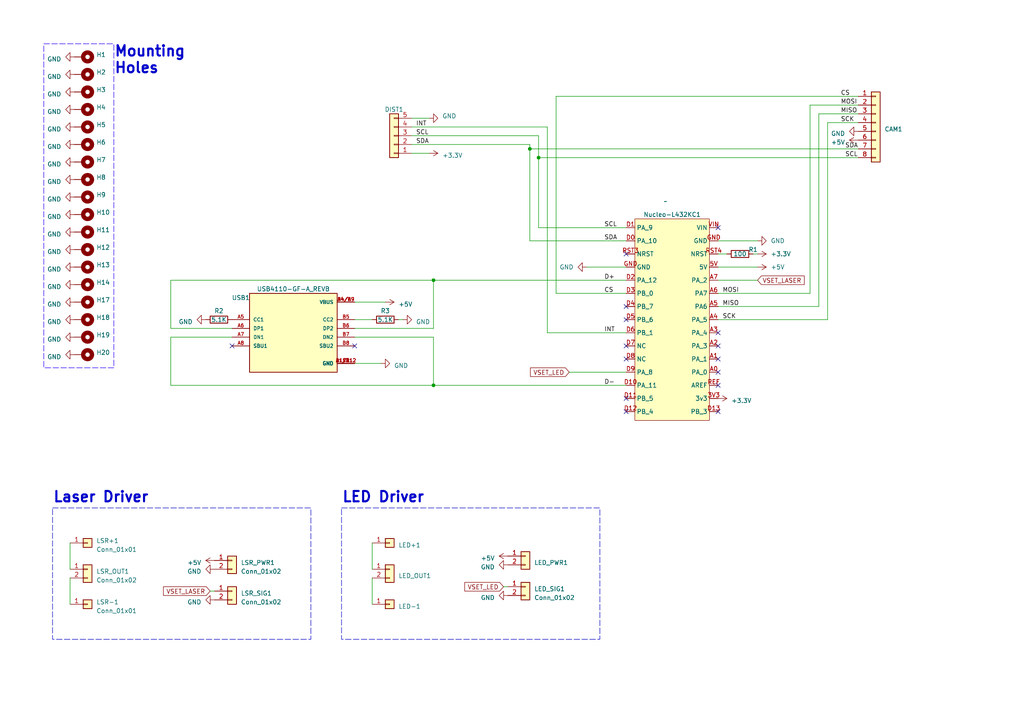
<source format=kicad_sch>
(kicad_sch (version 20230121) (generator eeschema)
  (paper "A4")
  (title_block (title "Nucleo Based Profilometer Probe") (date "2023-04-19") (rev "1.0"))
  (lib_symbols
    (symbol "Conn_01x01_2" (pin_names (offset 1.016) hide)
      (property "Reference" "J" (at 0 2.54 0))
      (property "Value" "Conn_01x01" (at 0 -2.54 0))
      (symbol "Conn_01x01_2_1_1"
        (rectangle (start -1.27 0.127) (end 0 -0.127) (stroke (width 0.1524)))
        (rectangle (start -1.27 1.27) (end 1.27 -1.27) (stroke (width 0.254)) (fill (type background)))
        (pin passive line (at -5.08 0 0) (length 3.81) (name "Pin_1") (number "1"))
      )
    )
    (symbol "Conn_01x01_3" (pin_names (offset 1.016) hide)
      (property "Reference" "J" (at 0 2.54 0))
      (property "Value" "Conn_01x01" (at 0 -2.54 0))
      (symbol "Conn_01x01_3_1_1"
        (rectangle (start -1.27 0.127) (end 0 -0.127) (stroke (width 0.1524)))
        (rectangle (start -1.27 1.27) (end 1.27 -1.27) (stroke (width 0.254)) (fill (type background)))
        (pin passive line (at -5.08 0 0) (length 3.81) (name "Pin_1") (number "1"))
      )
    )
    (symbol "Conn_01x02_3" (pin_names (offset 1.016) hide)
      (property "Reference" "J" (at 0 2.54 0))
      (property "Value" "Conn_01x02" (at 0 -5.08 0))
      (symbol "Conn_01x02_3_1_1"
        (rectangle (start -1.27 -2.413) (end 0 -2.667) (stroke (width 0.1524)))
        (rectangle (start -1.27 0.127) (end 0 -0.127) (stroke (width 0.1524)))
        (rectangle (start -1.27 1.27) (end 1.27 -3.81) (stroke (width 0.254)) (fill (type background)))
        (pin passive line (at -5.08 0 0) (length 3.81) (name "Pin_1") (number "1"))
        (pin passive line (at -5.08 -2.54 0) (length 3.81) (name "Pin_2") (number "2"))
      )
    )
    (symbol "Conn_01x02_4" (pin_names (offset 1.016) hide)
      (property "Reference" "J" (at 0 2.54 0))
      (property "Value" "Conn_01x02" (at 0 -5.08 0))
      (symbol "Conn_01x02_4_1_1"
        (rectangle (start -1.27 -2.413) (end 0 -2.667) (stroke (width 0.1524)))
        (rectangle (start -1.27 0.127) (end 0 -0.127) (stroke (width 0.1524)))
        (rectangle (start -1.27 1.27) (end 1.27 -3.81) (stroke (width 0.254)) (fill (type background)))
        (pin passive line (at -5.08 0 0) (length 3.81) (name "Pin_1") (number "1"))
        (pin passive line (at -5.08 -2.54 0) (length 3.81) (name "Pin_2") (number "2"))
      )
    )
    (symbol "Connector_Generic:Conn_01x01" (pin_names (offset 1.016) hide)
      (property "Reference" "J" (at 0 2.54 0))
      (property "Value" "Conn_01x01" (at 0 -2.54 0))
      (symbol "Conn_01x01_1_1"
        (rectangle (start -1.27 0.127) (end 0 -0.127) (stroke (width 0.1524)))
        (rectangle (start -1.27 1.27) (end 1.27 -1.27) (stroke (width 0.254)) (fill (type background)))
        (pin passive line (at -5.08 0 0) (length 3.81) (name "Pin_1") (number "1"))
      )
    )
    (symbol "Connector_Generic:Conn_01x02" (pin_names (offset 1.016) hide)
      (property "Reference" "J" (at 0 2.54 0))
      (property "Value" "Conn_01x02" (at 0 -5.08 0))
      (symbol "Conn_01x02_1_1"
        (rectangle (start -1.27 -2.413) (end 0 -2.667) (stroke (width 0.1524)))
        (rectangle (start -1.27 0.127) (end 0 -0.127) (stroke (width 0.1524)))
        (rectangle (start -1.27 1.27) (end 1.27 -3.81) (stroke (width 0.254)) (fill (type background)))
        (pin passive line (at -5.08 0 0) (length 3.81) (name "Pin_1") (number "1"))
        (pin passive line (at -5.08 -2.54 0) (length 3.81) (name "Pin_2") (number "2"))
      )
    )
    (symbol "Connector_Generic:Conn_01x05" (pin_names (offset 1.016) hide)
      (property "Reference" "J" (at 0 7.62 0))
      (property "Value" "Conn_01x05" (at 0 -7.62 0))
      (symbol "Conn_01x05_1_1"
        (rectangle (start -1.27 -4.953) (end 0 -5.207) (stroke (width 0.1524)))
        (rectangle (start -1.27 -2.413) (end 0 -2.667) (stroke (width 0.1524)))
        (rectangle (start -1.27 0.127) (end 0 -0.127) (stroke (width 0.1524)))
        (rectangle (start -1.27 2.667) (end 0 2.413) (stroke (width 0.1524)))
        (rectangle (start -1.27 5.207) (end 0 4.953) (stroke (width 0.1524)))
        (rectangle (start -1.27 6.35) (end 1.27 -6.35) (stroke (width 0.254)) (fill (type background)))
        (pin passive line (at -5.08 5.08 0) (length 3.81) (name "Pin_1") (number "1"))
        (pin passive line (at -5.08 2.54 0) (length 3.81) (name "Pin_2") (number "2"))
        (pin passive line (at -5.08 0 0) (length 3.81) (name "Pin_3") (number "3"))
        (pin passive line (at -5.08 -2.54 0) (length 3.81) (name "Pin_4") (number "4"))
        (pin passive line (at -5.08 -5.08 0) (length 3.81) (name "Pin_5") (number "5"))
      )
    )
    (symbol "Connector_Generic:Conn_01x08" (pin_names (offset 1.016) hide)
      (property "Reference" "J" (at 0 10.16 0))
      (property "Value" "Conn_01x08" (at 0 -12.7 0))
      (symbol "Conn_01x08_1_1"
        (rectangle (start -1.27 -10.033) (end 0 -10.287) (stroke (width 0.1524)))
        (rectangle (start -1.27 -7.493) (end 0 -7.747) (stroke (width 0.1524)))
        (rectangle (start -1.27 -4.953) (end 0 -5.207) (stroke (width 0.1524)))
        (rectangle (start -1.27 -2.413) (end 0 -2.667) (stroke (width 0.1524)))
        (rectangle (start -1.27 0.127) (end 0 -0.127) (stroke (width 0.1524)))
        (rectangle (start -1.27 2.667) (end 0 2.413) (stroke (width 0.1524)))
        (rectangle (start -1.27 5.207) (end 0 4.953) (stroke (width 0.1524)))
        (rectangle (start -1.27 7.747) (end 0 7.493) (stroke (width 0.1524)))
        (rectangle (start -1.27 8.89) (end 1.27 -11.43) (stroke (width 0.254)) (fill (type background)))
        (pin passive line (at -5.08 7.62 0) (length 3.81) (name "Pin_1") (number "1"))
        (pin passive line (at -5.08 5.08 0) (length 3.81) (name "Pin_2") (number "2"))
        (pin passive line (at -5.08 2.54 0) (length 3.81) (name "Pin_3") (number "3"))
        (pin passive line (at -5.08 0 0) (length 3.81) (name "Pin_4") (number "4"))
        (pin passive line (at -5.08 -2.54 0) (length 3.81) (name "Pin_5") (number "5"))
        (pin passive line (at -5.08 -5.08 0) (length 3.81) (name "Pin_6") (number "6"))
        (pin passive line (at -5.08 -7.62 0) (length 3.81) (name "Pin_7") (number "7"))
        (pin passive line (at -5.08 -10.16 0) (length 3.81) (name "Pin_8") (number "8"))
      )
    )
    (symbol "Custom_Symbols:Nucleo-L432KC"
      (property "Reference" "Nucleo-L432KC" (at 1.27 -2.54 0))
      (symbol "Nucleo-L432KC_1_1"
        (rectangle (start -8.89 -5.08) (end 12.7 -63.5) (fill (type background)))
        (pin passive line (at 15.24 -57.15 180) (length 2.54) (name "3v3") (number "3V3"))
        (pin passive line (at 15.24 -19.05 180) (length 2.54) (name "5V") (number "5V"))
        (pin passive line (at 15.24 -49.53 180) (length 2.54) (name "PA_0") (number "A0"))
        (pin passive line (at 15.24 -45.72 180) (length 2.54) (name "PA_1") (number "A1"))
        (pin passive line (at 15.24 -41.91 180) (length 2.54) (name "PA_3") (number "A2"))
        (pin passive line (at 15.24 -38.1 180) (length 2.54) (name "PA_4") (number "A3"))
        (pin passive line (at 15.24 -34.29 180) (length 2.54) (name "PA_5") (number "A4"))
        (pin passive line (at 15.24 -30.48 180) (length 2.54) (name "PA6") (number "A5"))
        (pin passive line (at 15.24 -26.67 180) (length 2.54) (name "PA7") (number "A6"))
        (pin passive line (at 15.24 -22.86 180) (length 2.54) (name "PA_2") (number "A7"))
        (pin passive line (at -11.43 -11.43 0) (length 2.54) (name "PA_10") (number "D0"))
        (pin passive line (at -11.43 -7.62 0) (length 2.54) (name "PA_9") (number "D1"))
        (pin passive line (at -11.43 -53.34 0) (length 2.54) (name "PA_11") (number "D10"))
        (pin passive line (at -11.43 -57.15 0) (length 2.54) (name "PB_5") (number "D11"))
        (pin passive line (at -11.43 -60.96 0) (length 2.54) (name "PB_4") (number "D12"))
        (pin passive line (at 15.24 -60.96 180) (length 2.54) (name "PB_3") (number "D13"))
        (pin passive line (at -11.43 -22.86 0) (length 2.54) (name "PA_12") (number "D2"))
        (pin passive line (at -11.43 -26.67 0) (length 2.54) (name "PB_0") (number "D3"))
        (pin passive line (at -11.43 -30.48 0) (length 2.54) (name "PB_7") (number "D4"))
        (pin passive line (at -11.43 -34.29 0) (length 2.54) (name "PB_6") (number "D5"))
        (pin passive line (at -11.43 -38.1 0) (length 2.54) (name "PB_1") (number "D6"))
        (pin passive line (at -11.43 -41.91 0) (length 2.54) (name "NC") (number "D7"))
        (pin passive line (at -11.43 -45.72 0) (length 2.54) (name "NC") (number "D8"))
        (pin passive line (at -11.43 -49.53 0) (length 2.54) (name "PA_8") (number "D9"))
        (pin passive line (at -11.43 -19.05 0) (length 2.54) (name "GND") (number "GND"))
        (pin passive line (at 15.24 -11.43 180) (length 2.54) (name "GND") (number "GND"))
        (pin passive line (at 15.24 -53.34 180) (length 2.54) (name "AREF") (number "REF"))
        (pin passive line (at -11.43 -15.24 0) (length 2.54) (name "NRST") (number "RST3"))
        (pin passive line (at 15.24 -15.24 180) (length 2.54) (name "NRST") (number "RST4"))
        (pin passive line (at 15.24 -7.62 180) (length 2.54) (name "VIN") (number "VIN"))
      )
    )
    (symbol "Device:R" (pin_numbers hide) (pin_names (offset 0))
      (property "Reference" "R" (at 2.032 0 90))
      (property "Value" "R" (at 0 0 90))
      (symbol "R_0_1"
        (rectangle (start -1.016 -2.54) (end 1.016 2.54) (stroke (width 0.254)))
      )
      (symbol "R_1_1"
        (pin passive line (at 0 3.81 270) (length 1.27) (name "~") (number "1"))
        (pin passive line (at 0 -3.81 90) (length 1.27) (name "~") (number "2"))
      )
    )
    (symbol "Mechanical:MountingHole_Pad" (pin_numbers hide) (pin_names (offset 1.016) hide)
      (property "Reference" "H" (at 0 6.35 0))
      (property "Value" "MountingHole_Pad" (at 0 4.445 0))
      (symbol "MountingHole_Pad_0_1"
        (circle (center 0 1.27) (radius 1.27) (stroke (width 1.27)))
      )
      (symbol "MountingHole_Pad_1_1"
        (pin input line (at 0 -2.54 90) (length 2.54) (name "1") (number "1"))
      )
    )
    (symbol "USB4110-GF-A_REVB:USB4110-GF-A_REVB" (pin_names (offset 1.016))
      (property "Reference" "J" (at -12.7 11.43 0))
      (property "Value" "USB4110-GF-A_REVB" (at -12.7 -15.24 0))
      (symbol "USB4110-GF-A_REVB_0_0"
        (rectangle (start -12.7 -12.7) (end 12.7 10.16) (stroke (width 0.254)) (fill (type background)))
        (pin power_in line (at 17.78 -10.16 180) (length 5.08) (name "GND") (number "A1/B12"))
        (pin power_in line (at 17.78 7.62 180) (length 5.08) (name "VBUS") (number "A4/B9"))
        (pin bidirectional line (at -17.78 2.54 0) (length 5.08) (name "CC1") (number "A5"))
        (pin bidirectional line (at -17.78 0 0) (length 5.08) (name "DP1") (number "A6"))
        (pin bidirectional line (at -17.78 -2.54 0) (length 5.08) (name "DN1") (number "A7"))
        (pin bidirectional line (at -17.78 -5.08 0) (length 5.08) (name "SBU1") (number "A8"))
        (pin power_in line (at 17.78 -10.16 180) (length 5.08) (name "GND") (number "B1/A12"))
        (pin power_in line (at 17.78 7.62 180) (length 5.08) (name "VBUS") (number "B4/A9"))
        (pin bidirectional line (at 17.78 2.54 180) (length 5.08) (name "CC2") (number "B5"))
        (pin bidirectional line (at 17.78 0 180) (length 5.08) (name "DP2") (number "B6"))
        (pin bidirectional line (at 17.78 -2.54 180) (length 5.08) (name "DN2") (number "B7"))
        (pin bidirectional line (at 17.78 -5.08 180) (length 5.08) (name "SBU2") (number "B8"))
        (pin power_in line (at 17.78 -10.16 180) (length 5.08) (name "GND") (number "S1"))
        (pin power_in line (at 17.78 -10.16 180) (length 5.08) (name "GND") (number "S2"))
        (pin power_in line (at 17.78 -10.16 180) (length 5.08) (name "GND") (number "S3"))
        (pin power_in line (at 17.78 -10.16 180) (length 5.08) (name "GND") (number "S4"))
      )
    )
    (symbol "power:+3.3V" (power) (pin_names (offset 0))
      (property "Value" "+3.3V" (at 0 3.556 0))
      (symbol "+3.3V_0_1"
        (polyline (pts (xy -0.762 1.27) (xy 0 2.54)))
        (polyline (pts (xy 0 0) (xy 0 2.54)))
        (polyline (pts (xy 0 2.54) (xy 0.762 1.27)))
      )
      (symbol "+3.3V_1_1"
        (pin power_in line (at 0 0 90) (length 0) hide (name "+3.3V") (number "1"))
      )
    )
    (symbol "power:+5V" (power) (pin_names (offset 0))
      (property "Value" "+5V" (at 0 3.556 0))
      (symbol "+5V_0_1"
        (polyline (pts (xy -0.762 1.27) (xy 0 2.54)))
        (polyline (pts (xy 0 0) (xy 0 2.54)))
        (polyline (pts (xy 0 2.54) (xy 0.762 1.27)))
      )
      (symbol "+5V_1_1"
        (pin power_in line (at 0 0 90) (length 0) hide (name "+5V") (number "1"))
      )
    )
    (symbol "power:GND" (power) (pin_names (offset 0))
      (property "Value" "GND" (at 0 -3.81 0))
      (symbol "GND_0_1"
        (polyline (pts (xy 0 0) (xy 0 -1.27) (xy 1.27 -1.27) (xy 0 -2.54) (xy -1.27 -1.27) (xy 0 -1.27)))
      )
      (symbol "GND_1_1"
        (pin power_in line (at 0 0 270) (length 0) hide (name "GND") (number "1"))
      )
    )
  )
  (junction (at 156.21 45.72))
  (junction (at 153.67 43.18))
  (junction (at 125.73 111.76))
  (junction (at 125.73 81.28))
  (no_connect (at 208.28 111.76))
  (no_connect (at 208.28 107.95))
  (no_connect (at 181.61 73.66))
  (no_connect (at 181.61 115.57))
  (no_connect (at 208.28 96.52))
  (no_connect (at 208.28 66.04))
  (no_connect (at 181.61 92.71))
  (no_connect (at 67.31 100.33))
  (no_connect (at 181.61 88.9))
  (no_connect (at 208.28 119.38))
  (no_connect (at 181.61 104.14))
  (no_connect (at 208.28 104.14))
  (no_connect (at 208.28 100.33))
  (no_connect (at 102.87 100.33))
  (no_connect (at 181.61 100.33))
  (no_connect (at 181.61 119.38))
  (wire (pts (xy 153.67 43.18) (xy 153.67 69.85)))
  (wire (pts (xy 119.38 36.83) (xy 158.75 36.83)))
  (wire (pts (xy 102.87 87.63) (xy 111.76 87.63)))
  (wire (pts (xy 156.21 39.37) (xy 156.21 45.72)))
  (wire (pts (xy 125.73 97.79) (xy 125.73 111.76)))
  (wire (pts (xy 237.49 33.02) (xy 237.49 88.9)))
  (wire (pts (xy 234.95 30.48) (xy 248.92 30.48)))
  (wire (pts (xy 170.18 77.47) (xy 181.61 77.47)))
  (wire (pts (xy 156.21 45.72) (xy 248.92 45.72)))
  (wire (pts (xy 208.28 81.28) (xy 219.71 81.28)))
  (wire (pts (xy 49.53 81.28) (xy 125.73 81.28)))
  (wire (pts (xy 119.38 41.91) (xy 153.67 41.91)))
  (wire (pts (xy 20.32 157.48) (xy 20.32 165.1)))
  (wire (pts (xy 181.61 85.09) (xy 161.29 85.09)))
  (wire (pts (xy 124.46 34.29) (xy 119.38 34.29)))
  (wire (pts (xy 125.73 81.28) (xy 125.73 95.25)))
  (wire (pts (xy 161.29 27.94) (xy 248.92 27.94)))
  (wire (pts (xy 234.95 30.48) (xy 234.95 85.09)))
  (wire (pts (xy 156.21 45.72) (xy 156.21 66.04)))
  (wire (pts (xy 153.67 41.91) (xy 153.67 43.18)))
  (wire (pts (xy 240.03 35.56) (xy 240.03 92.71)))
  (wire (pts (xy 125.73 81.28) (xy 181.61 81.28)))
  (wire (pts (xy 219.71 69.85) (xy 208.28 69.85)))
  (wire (pts (xy 20.32 167.64) (xy 20.32 175.26)))
  (wire (pts (xy 102.87 105.41) (xy 110.49 105.41)))
  (wire (pts (xy 158.75 96.52) (xy 181.61 96.52)))
  (wire (pts (xy 208.28 85.09) (xy 234.95 85.09)))
  (wire (pts (xy 102.87 95.25) (xy 125.73 95.25)))
  (wire (pts (xy 49.53 95.25) (xy 49.53 81.28)))
  (wire (pts (xy 125.73 111.76) (xy 181.61 111.76)))
  (wire (pts (xy 153.67 43.18) (xy 248.92 43.18)))
  (wire (pts (xy 102.87 92.71) (xy 107.95 92.71)))
  (wire (pts (xy 158.75 36.83) (xy 158.75 96.52)))
  (wire (pts (xy 161.29 85.09) (xy 161.29 27.94)))
  (wire (pts (xy 107.95 167.64) (xy 107.95 175.26)))
  (wire (pts (xy 165.1 107.95) (xy 181.61 107.95)))
  (wire (pts (xy 116.84 92.71) (xy 115.57 92.71)))
  (wire (pts (xy 119.38 39.37) (xy 156.21 39.37)))
  (wire (pts (xy 248.92 35.56) (xy 240.03 35.56)))
  (wire (pts (xy 124.46 44.45) (xy 119.38 44.45)))
  (wire (pts (xy 49.53 111.76) (xy 125.73 111.76)))
  (wire (pts (xy 107.95 157.48) (xy 107.95 165.1)))
  (wire (pts (xy 218.44 73.66) (xy 219.71 73.66)))
  (wire (pts (xy 240.03 92.71) (xy 208.28 92.71)))
  (wire (pts (xy 102.87 97.79) (xy 125.73 97.79)))
  (wire (pts (xy 153.67 69.85) (xy 181.61 69.85)))
  (wire (pts (xy 67.31 95.25) (xy 49.53 95.25)))
  (wire (pts (xy 237.49 88.9) (xy 208.28 88.9)))
  (wire (pts (xy 156.21 66.04) (xy 181.61 66.04)))
  (wire (pts (xy 67.31 97.79) (xy 49.53 97.79)))
  (wire (pts (xy 210.82 73.66) (xy 208.28 73.66)))
  (wire (pts (xy 60.96 171.45) (xy 62.23 171.45)))
  (wire (pts (xy 248.92 33.02) (xy 237.49 33.02)))
  (wire (pts (xy 49.53 97.79) (xy 49.53 111.76)))
  (wire (pts (xy 219.71 77.47) (xy 208.28 77.47)))
  (wire (pts (xy 146.05 170.18) (xy 147.32 170.18)))
  (rectangle (start 15.24 147.32) (end 90.17 185.42) (stroke (width 0) (type dash)))
  (rectangle (start 99.06 147.32) (end 173.99 185.42) (stroke (width 0) (type dash)))
  (rectangle (start 12.7 12.7) (end 33.02 106.68) (stroke (width 0) (type dash) (color 37 2 255 1)))
  (text "Laser Driver\n" (at 15.24 146.05 0) (effects (font (size 3 3) (thickness 0.6) bold) (justify left bottom)))
  (text "Mounting \nHoles\n" (at 33.02 21.59 0) (effects (font (size 3 3) (thickness 0.6) bold) (justify left bottom)))
  (text "LED Driver\n" (at 99.06 146.05 0) (effects (font (size 3 3) (thickness 0.6) bold) (justify left bottom)))
  (label "INT" (at 120.65 36.83 0))
  (label "MISO" (at 243.84 33.02 0))
  (label "SCL" (at 120.65 39.37 0))
  (label "SCK" (at 209.55 92.71 0))
  (label "CS" (at 243.84 27.94 0))
  (label "SCK" (at 243.84 35.56 0))
  (label "MISO" (at 209.55 88.9 0))
  (label "D-" (at 175.26 111.76 0))
  (label "D+" (at 175.26 81.28 0))
  (label "MOSI" (at 209.55 85.09 0))
  (label "INT" (at 175.26 96.52 0))
  (label "SCL" (at 245.11 45.72 0))
  (label "MOSI" (at 243.84 30.48 0))
  (label "SDA" (at 175.26 69.85 0))
  (label "SDA" (at 120.65 41.91 0))
  (label "CS" (at 175.26 85.09 0))
  (label "SDA" (at 245.11 43.18 0))
  (label "SCL" (at 175.26 66.04 0))
  (global_label "VSET_LED" (shape input) (at 165.1 107.95 180) (property "Intersheetrefs" "${INTERSHEET_REFS}" (effects hide)))
  (global_label "VSET_LED" (shape input) (at 146.05 170.18 180) (property "Intersheetrefs" "${INTERSHEET_REFS}" (effects hide)))
  (global_label "VSET_LASER" (shape input) (at 60.96 171.45 180) (property "Intersheetrefs" "${INTERSHEET_REFS}" (effects hide)))
  (global_label "VSET_LASER" (shape input) (at 219.71 81.28 0) (property "Intersheetrefs" "${INTERSHEET_REFS}" (effects hide)))
  (symbol (lib_id "power:GND") (at 21.59 102.87 270) (unit 1)
    (property "Reference" "#PWR034" (effects hide))
    (property "Value" "GND" (at 17.78 103.505 90) (effects (justify right)))
  )
  (symbol (lib_id "power:GND") (at 170.18 77.47 270) (unit 1)
    (property "Reference" "#PWR07" (effects hide))
    (property "Value" "GND" (at 166.37 77.47 90) (effects (justify right)))
  )
  (symbol (lib_id "Custom_Symbols:Nucleo-L432KC") (at 193.04 58.42 0) (unit 1)
    (property "Reference" "Nucleo-L432KC1" (at 194.945 62.23 0))
    (property "Value" "~" (at 193.04 58.42 0))
    (property "Footprint" "Library:MODULE_NUCLEO-L432KC" (effects hide))
  )
  (symbol (lib_id "Device:R") (at 214.63 73.66 270) (unit 1)
    (property "Reference" "R1" (at 218.44 72.39 90))
    (property "Value" "100" (at 214.63 73.66 90))
    (property "Footprint" "Resistor_SMD:R_0603_1608Metric" (effects hide))
  )
  (symbol (lib_id "power:GND") (at 21.59 21.59 270) (unit 1)
    (property "Reference" "#PWR015" (effects hide))
    (property "Value" "GND" (at 17.78 22.225 90) (effects (justify right)))
  )
  (symbol (lib_id "power:GND") (at 110.49 105.41 90) (unit 1)
    (property "Reference" "#PWR037" (effects hide))
    (property "Value" "GND" (at 114.3 106.045 90) (effects (justify right)))
  )
  (symbol (lib_id "power:GND") (at 147.32 172.72 270) (unit 1)
    (property "Reference" "#PWR011" (effects hide))
    (property "Value" "GND" (at 143.51 173.355 90) (effects (justify right)))
  )
  (symbol (lib_id "power:GND") (at 21.59 41.91 270) (unit 1)
    (property "Reference" "#PWR020" (effects hide))
    (property "Value" "GND" (at 17.78 42.545 90) (effects (justify right)))
  )
  (symbol (lib_id "power:GND") (at 21.59 67.31 270) (unit 1)
    (property "Reference" "#PWR025" (effects hide))
    (property "Value" "GND" (at 17.78 67.945 90) (effects (justify right)))
  )
  (symbol (lib_id "Mechanical:MountingHole_Pad") (at 24.13 57.15 270) (unit 1)
    (property "Reference" "H9" (at 27.94 56.515 90) (effects (justify left)))
    (property "Value" "MountingHole_Pad" (effects hide))
    (property "Footprint" "MountingHole:MountingHole_3.2mm_M3_Pad_Via" (effects hide))
  )
  (symbol (lib_id "power:GND") (at 59.69 92.71 270) (unit 1)
    (property "Reference" "#PWR035" (effects hide))
    (property "Value" "GND" (at 55.88 93.345 90) (effects (justify right)))
  )
  (symbol (lib_id "power:GND") (at 21.59 77.47 270) (unit 1)
    (property "Reference" "#PWR027" (effects hide))
    (property "Value" "GND" (at 17.78 78.105 90) (effects (justify right)))
  )
  (symbol (lib_id "power:GND") (at 21.59 31.75 270) (unit 1)
    (property "Reference" "#PWR018" (effects hide))
    (property "Value" "GND" (at 17.78 32.385 90) (effects (justify right)))
  )
  (symbol (lib_id "Mechanical:MountingHole_Pad") (at 24.13 41.91 270) (unit 1)
    (property "Reference" "H6" (at 27.94 41.275 90) (effects (justify left)))
    (property "Value" "MountingHole_Pad" (effects hide))
    (property "Footprint" "MountingHole:MountingHole_3.2mm_M3_Pad_Via" (effects hide))
  )
  (symbol (lib_id "power:GND") (at 219.71 69.85 90) (unit 1)
    (property "Reference" "#PWR06" (effects hide))
    (property "Value" "GND" (at 223.52 69.85 90) (effects (justify right)))
  )
  (symbol (lib_id "power:+3.3V") (at 219.71 73.66 270) (unit 1)
    (property "Reference" "#PWR042" (effects hide))
    (property "Value" "+3.3V" (at 223.52 73.66 90) (effects (justify left)))
  )
  (symbol (lib_name "Conn_01x01_3") (lib_id "Connector_Generic:Conn_01x01") (at 25.4 175.26 0) (unit 1)
    (property "Reference" "LSR-1" (at 27.94 174.625 0) (effects (justify left)))
    (property "Value" "Conn_01x01" (at 27.94 177.165 0) (effects (justify left)))
    (property "Footprint" "Connector_PinHeader_2.54mm:PinHeader_1x01_P2.54mm_Vertical" (effects hide))
  )
  (symbol (lib_id "Mechanical:MountingHole_Pad") (at 24.13 87.63 270) (unit 1)
    (property "Reference" "H17" (at 27.94 86.995 90) (effects (justify left)))
    (property "Value" "MountingHole_Pad" (effects hide))
    (property "Footprint" "MountingHole:MountingHole_3.2mm_M3_Pad_Via" (effects hide))
  )
  (symbol (lib_id "power:+3.3V") (at 124.46 44.45 270) (unit 1)
    (property "Reference" "#PWR04" (effects hide))
    (property "Value" "+3.3V" (at 128.27 45.085 90) (effects (justify left)))
  )
  (symbol (lib_id "power:+5V") (at 147.32 161.29 90) (unit 1)
    (property "Reference" "#PWR013" (effects hide))
    (property "Value" "+5V" (at 143.51 161.925 90) (effects (justify left)))
  )
  (symbol (lib_id "power:GND") (at 21.59 82.55 270) (unit 1)
    (property "Reference" "#PWR028" (effects hide))
    (property "Value" "GND" (at 17.78 83.185 90) (effects (justify right)))
  )
  (symbol (lib_id "Connector_Generic:Conn_01x02") (at 67.31 171.45 0) (unit 1)
    (property "Reference" "LSR_SIG1" (at 69.85 172.085 0) (effects (justify left)))
    (property "Value" "Conn_01x02" (at 69.85 174.625 0) (effects (justify left)))
    (property "Footprint" "Connector_PinHeader_2.54mm:PinHeader_1x02_P2.54mm_Vertical" (effects hide))
  )
  (symbol (lib_id "power:+5V") (at 219.71 77.47 270) (unit 1)
    (property "Reference" "#PWR040" (effects hide))
    (property "Value" "+5V" (at 223.52 77.47 90) (effects (justify left)))
  )
  (symbol (lib_name "Conn_01x02_3") (lib_id "Connector_Generic:Conn_01x02") (at 152.4 161.29 0) (unit 1)
    (property "Reference" "LED_PWR1" (at 154.94 163.195 0) (effects (justify left)))
    (property "Value" "Conn_01x02" (effects hide))
    (property "Footprint" "Connector_PinHeader_2.54mm:PinHeader_1x02_P2.54mm_Vertical" (effects hide))
  )
  (symbol (lib_name "Conn_01x01_2") (lib_id "Connector_Generic:Conn_01x01") (at 25.4 157.48 0) (unit 1)
    (property "Reference" "LSR+1" (at 27.94 156.845 0) (effects (justify left)))
    (property "Value" "Conn_01x01" (at 27.94 159.385 0) (effects (justify left)))
    (property "Footprint" "Connector_PinHeader_2.54mm:PinHeader_1x01_P2.54mm_Vertical" (effects hide))
  )
  (symbol (lib_id "power:GND") (at 21.59 26.67 270) (unit 1)
    (property "Reference" "#PWR017" (effects hide))
    (property "Value" "GND" (at 17.78 27.305 90) (effects (justify right)))
  )
  (symbol (lib_id "power:+5V") (at 248.92 40.64 90) (unit 1)
    (property "Reference" "#PWR02" (effects hide))
    (property "Value" "+5V" (at 245.11 41.275 90) (effects (justify left)))
  )
  (symbol (lib_id "Mechanical:MountingHole_Pad") (at 24.13 97.79 270) (unit 1)
    (property "Reference" "H19" (at 27.94 97.155 90) (effects (justify left)))
    (property "Value" "MountingHole_Pad" (effects hide))
    (property "Footprint" "MountingHole:MountingHole_3.2mm_M3_Pad_Via" (effects hide))
  )
  (symbol (lib_id "power:GND") (at 21.59 97.79 270) (unit 1)
    (property "Reference" "#PWR033" (effects hide))
    (property "Value" "GND" (at 17.78 98.425 90) (effects (justify right)))
  )
  (symbol (lib_id "Connector_Generic:Conn_01x08") (at 254 35.56 0) (unit 1)
    (property "Reference" "CAM1" (at 256.54 37.465 0) (effects (justify left)))
    (property "Value" "Conn_01x08" (effects hide))
    (property "Footprint" "Connector_PinSocket_2.54mm:PinSocket_1x08_P2.54mm_Vertical" (effects hide))
  )
  (symbol (lib_id "Connector_Generic:Conn_01x02") (at 67.31 162.56 0) (unit 1)
    (property "Reference" "LSR_PWR1" (at 69.85 163.195 0) (effects (justify left)))
    (property "Value" "Conn_01x02" (at 69.85 165.735 0) (effects (justify left)))
    (property "Footprint" "Connector_PinHeader_2.54mm:PinHeader_1x02_P2.54mm_Vertical" (effects hide))
  )
  (symbol (lib_id "power:GND") (at 62.23 165.1 270) (unit 1)
    (property "Reference" "#PWR08" (effects hide))
    (property "Value" "GND" (at 58.42 165.735 90) (effects (justify right)))
  )
  (symbol (lib_id "Mechanical:MountingHole_Pad") (at 24.13 52.07 270) (unit 1)
    (property "Reference" "H8" (at 27.94 51.435 90) (effects (justify left)))
    (property "Value" "MountingHole_Pad" (effects hide))
    (property "Footprint" "MountingHole:MountingHole_3.2mm_M3_Pad_Via" (effects hide))
  )
  (symbol (lib_id "power:GND") (at 248.92 38.1 270) (unit 1)
    (property "Reference" "#PWR01" (effects hide))
    (property "Value" "GND" (at 245.11 38.735 90) (effects (justify right)))
  )
  (symbol (lib_id "power:GND") (at 21.59 36.83 270) (unit 1)
    (property "Reference" "#PWR019" (effects hide))
    (property "Value" "GND" (at 17.78 37.465 90) (effects (justify right)))
  )
  (symbol (lib_id "Mechanical:MountingHole_Pad") (at 24.13 36.83 270) (unit 1)
    (property "Reference" "H5" (at 27.94 36.195 90) (effects (justify left)))
    (property "Value" "MountingHole_Pad" (effects hide))
    (property "Footprint" "MountingHole:MountingHole_3.2mm_M3_Pad_Via" (effects hide))
  )
  (symbol (lib_id "Mechanical:MountingHole_Pad") (at 24.13 31.75 270) (unit 1)
    (property "Reference" "H4" (at 27.94 31.115 90) (effects (justify left)))
    (property "Value" "MountingHole_Pad" (effects hide))
    (property "Footprint" "MountingHole:MountingHole_3.2mm_M3_Pad_Via" (effects hide))
  )
  (symbol (lib_name "Conn_01x02_4") (lib_id "Connector_Generic:Conn_01x02") (at 152.4 170.18 0) (unit 1)
    (property "Reference" "LED_SIG1" (at 154.94 170.815 0) (effects (justify left)))
    (property "Value" "Conn_01x02" (at 154.94 173.355 0) (effects (justify left)))
    (property "Footprint" "Connector_PinHeader_2.54mm:PinHeader_1x02_P2.54mm_Vertical" (effects hide))
  )
  (symbol (lib_id "power:GND") (at 124.46 34.29 90) (unit 1)
    (property "Reference" "#PWR014" (effects hide))
    (property "Value" "GND" (at 128.27 33.655 90) (effects (justify right)))
  )
  (symbol (lib_id "Connector_Generic:Conn_01x02") (at 113.03 165.1 0) (unit 1)
    (property "Reference" "LED_OUT1" (at 115.57 167.005 0) (effects (justify left)))
    (property "Value" "Conn_01x02" (effects hide))
    (property "Footprint" "Connector_PinHeader_2.54mm:PinHeader_1x02_P2.54mm_Vertical" (effects hide))
  )
  (symbol (lib_id "Mechanical:MountingHole_Pad") (at 24.13 67.31 270) (unit 1)
    (property "Reference" "H11" (at 27.94 66.675 90) (effects (justify left)))
    (property "Value" "MountingHole_Pad" (effects hide))
    (property "Footprint" "MountingHole:MountingHole_3.2mm_M3_Pad_Via" (effects hide))
  )
  (symbol (lib_id "power:GND") (at 21.59 57.15 270) (unit 1)
    (property "Reference" "#PWR023" (effects hide))
    (property "Value" "GND" (at 17.78 57.785 90) (effects (justify right)))
  )
  (symbol (lib_id "power:GND") (at 21.59 92.71 270) (unit 1)
    (property "Reference" "#PWR032" (effects hide))
    (property "Value" "GND" (at 17.78 93.345 90) (effects (justify right)))
  )
  (symbol (lib_id "Mechanical:MountingHole_Pad") (at 24.13 46.99 270) (unit 1)
    (property "Reference" "H7" (at 27.94 46.355 90) (effects (justify left)))
    (property "Value" "MountingHole_Pad" (effects hide))
    (property "Footprint" "MountingHole:MountingHole_3.2mm_M3_Pad_Via" (effects hide))
  )
  (symbol (lib_id "Mechanical:MountingHole_Pad") (at 24.13 62.23 270) (unit 1)
    (property "Reference" "H10" (at 27.94 61.595 90) (effects (justify left)))
    (property "Value" "MountingHole_Pad" (effects hide))
    (property "Footprint" "MountingHole:MountingHole_3.2mm_M3_Pad_Via" (effects hide))
  )
  (symbol (lib_id "Mechanical:MountingHole_Pad") (at 24.13 102.87 270) (unit 1)
    (property "Reference" "H20" (at 27.94 102.235 90) (effects (justify left)))
    (property "Value" "MountingHole_Pad" (effects hide))
    (property "Footprint" "MountingHole:MountingHole_3.2mm_M3_Pad_Via" (effects hide))
  )
  (symbol (lib_id "Mechanical:MountingHole_Pad") (at 24.13 26.67 270) (unit 1)
    (property "Reference" "H3" (at 27.94 26.035 90) (effects (justify left)))
    (property "Value" "MountingHole_Pad" (effects hide))
    (property "Footprint" "MountingHole:MountingHole_3.2mm_M3_Pad_Via" (effects hide))
  )
  (symbol (lib_id "power:+5V") (at 62.23 162.56 90) (unit 1)
    (property "Reference" "#PWR012" (effects hide))
    (property "Value" "+5V" (at 58.42 163.195 90) (effects (justify left)))
  )
  (symbol (lib_id "power:GND") (at 21.59 46.99 270) (unit 1)
    (property "Reference" "#PWR021" (effects hide))
    (property "Value" "GND" (at 17.78 47.625 90) (effects (justify right)))
  )
  (symbol (lib_id "Mechanical:MountingHole_Pad") (at 24.13 72.39 270) (unit 1)
    (property "Reference" "H12" (at 27.94 71.755 90) (effects (justify left)))
    (property "Value" "MountingHole_Pad" (effects hide))
    (property "Footprint" "MountingHole:MountingHole_3.2mm_M3_Pad_Via" (effects hide))
  )
  (symbol (lib_id "power:GND") (at 21.59 52.07 270) (unit 1)
    (property "Reference" "#PWR022" (effects hide))
    (property "Value" "GND" (at 17.78 52.705 90) (effects (justify right)))
  )
  (symbol (lib_id "Connector_Generic:Conn_01x01") (at 113.03 157.48 0) (unit 1)
    (property "Reference" "LED+1" (at 115.57 158.115 0) (effects (justify left)))
    (property "Value" "Conn_01x01" (effects hide))
    (property "Footprint" "Connector_PinHeader_2.54mm:PinHeader_1x01_P2.54mm_Vertical" (effects hide))
  )
  (symbol (lib_id "power:+5V") (at 111.76 87.63 270) (unit 1)
    (property "Reference" "#PWR039" (effects hide))
    (property "Value" "+5V" (at 115.57 88.265 90) (effects (justify left)))
  )
  (symbol (lib_id "power:GND") (at 116.84 92.71 90) (unit 1)
    (property "Reference" "#PWR036" (effects hide))
    (property "Value" "GND" (at 120.65 93.345 90) (effects (justify right)))
  )
  (symbol (lib_id "USB4110-GF-A_REVB:USB4110-GF-A_REVB") (at 85.09 95.25 0) (unit 1)
    (property "Reference" "USB1" (at 69.85 86.36 0))
    (property "Value" "USB4110-GF-A_REVB" (at 85.09 83.82 0))
    (property "Footprint" "GCT_USB4110-GF-A_REVB" (effects hide))
    (property "PARTREV" "B" (effects hide))
    (property "MAXIMUM_PACKAGE_HEIGHT" "3.26 mm" (effects hide))
    (property "STANDARD" "Manufacturer Recommendations" (effects hide))
    (property "MANUFACTURER" "GCT" (effects hide))
  )
  (symbol (lib_id "Device:R") (at 111.76 92.71 90) (unit 1)
    (property "Reference" "R3" (at 111.76 90.17 90))
    (property "Value" "5.1K" (at 111.76 92.71 90))
    (property "Footprint" "Resistor_SMD:R_0603_1608Metric" (effects hide))
  )
  (symbol (lib_id "Mechanical:MountingHole_Pad") (at 24.13 77.47 270) (unit 1)
    (property "Reference" "H13" (at 27.94 76.835 90) (effects (justify left)))
    (property "Value" "MountingHole_Pad" (effects hide))
    (property "Footprint" "MountingHole:MountingHole_3.2mm_M3_Pad_Via" (effects hide))
  )
  (symbol (lib_id "Mechanical:MountingHole_Pad") (at 24.13 21.59 270) (unit 1)
    (property "Reference" "H2" (at 27.94 20.955 90) (effects (justify left)))
    (property "Value" "MountingHole_Pad" (effects hide))
    (property "Footprint" "MountingHole:MountingHole_3.2mm_M3_Pad_Via" (effects hide))
  )
  (symbol (lib_id "Mechanical:MountingHole_Pad") (at 24.13 92.71 270) (unit 1)
    (property "Reference" "H18" (at 27.94 92.075 90) (effects (justify left)))
    (property "Value" "MountingHole_Pad" (effects hide))
    (property "Footprint" "MountingHole:MountingHole_3.2mm_M3_Pad_Via" (effects hide))
  )
  (symbol (lib_id "power:GND") (at 21.59 87.63 270) (unit 1)
    (property "Reference" "#PWR031" (effects hide))
    (property "Value" "GND" (at 17.78 88.265 90) (effects (justify right)))
  )
  (symbol (lib_id "Device:R") (at 63.5 92.71 90) (unit 1)
    (property "Reference" "R2" (at 63.5 90.17 90))
    (property "Value" "5.1K" (at 63.5 92.71 90))
    (property "Footprint" "Resistor_SMD:R_0603_1608Metric" (effects hide))
  )
  (symbol (lib_id "Mechanical:MountingHole_Pad") (at 24.13 16.51 270) (unit 1)
    (property "Reference" "H1" (at 27.94 15.875 90) (effects (justify left)))
    (property "Value" "MountingHole_Pad" (effects hide))
    (property "Footprint" "MountingHole:MountingHole_3.2mm_M3_Pad_Via" (effects hide))
  )
  (symbol (lib_id "power:GND") (at 62.23 173.99 270) (unit 1)
    (property "Reference" "#PWR09" (effects hide))
    (property "Value" "GND" (at 58.42 174.625 90) (effects (justify right)))
  )
  (symbol (lib_id "power:GND") (at 21.59 72.39 270) (unit 1)
    (property "Reference" "#PWR026" (effects hide))
    (property "Value" "GND" (at 17.78 73.025 90) (effects (justify right)))
  )
  (symbol (lib_id "Connector_Generic:Conn_01x05") (at 114.3 39.37 180) (unit 1)
    (property "Reference" "DIST1" (at 114.3 31.75 0))
    (property "Value" "Conn_01x05" (effects hide))
    (property "Footprint" "Connector_PinSocket_2.54mm:PinSocket_1x05_P2.54mm_Vertical" (effects hide))
  )
  (symbol (lib_id "power:GND") (at 21.59 62.23 270) (unit 1)
    (property "Reference" "#PWR024" (effects hide))
    (property "Value" "GND" (at 17.78 62.865 90) (effects (justify right)))
  )
  (symbol (lib_id "power:+3.3V") (at 208.28 115.57 270) (unit 1)
    (property "Reference" "#PWR041" (effects hide))
    (property "Value" "+3.3V" (at 212.09 116.205 90) (effects (justify left)))
  )
  (symbol (lib_id "Connector_Generic:Conn_01x01") (at 113.03 175.26 0) (unit 1)
    (property "Reference" "LED-1" (at 115.57 175.895 0) (effects (justify left)))
    (property "Value" "Conn_01x01" (effects hide))
    (property "Footprint" "Connector_PinHeader_2.54mm:PinHeader_1x01_P2.54mm_Vertical" (effects hide))
  )
  (symbol (lib_id "Connector_Generic:Conn_01x02") (at 25.4 165.1 0) (unit 1)
    (property "Reference" "LSR_OUT1" (at 27.94 165.735 0) (effects (justify left)))
    (property "Value" "Conn_01x02" (at 27.94 168.275 0) (effects (justify left)))
    (property "Footprint" "Connector_PinHeader_2.54mm:PinHeader_1x02_P2.54mm_Vertical" (effects hide))
  )
  (symbol (lib_id "Mechanical:MountingHole_Pad") (at 24.13 82.55 270) (unit 1)
    (property "Reference" "H14" (at 27.94 81.915 90) (effects (justify left)))
    (property "Value" "MountingHole_Pad" (effects hide))
    (property "Footprint" "MountingHole:MountingHole_3.2mm_M3_Pad_Via" (effects hide))
  )
  (symbol (lib_id "power:GND") (at 21.59 16.51 270) (unit 1)
    (property "Reference" "#PWR03" (effects hide))
    (property "Value" "GND" (at 17.78 17.145 90) (effects (justify right)))
  )
  (symbol (lib_id "power:GND") (at 147.32 163.83 270) (unit 1)
    (property "Reference" "#PWR010" (effects hide))
    (property "Value" "GND" (at 143.51 164.465 90) (effects (justify right)))
  )
)
</source>
